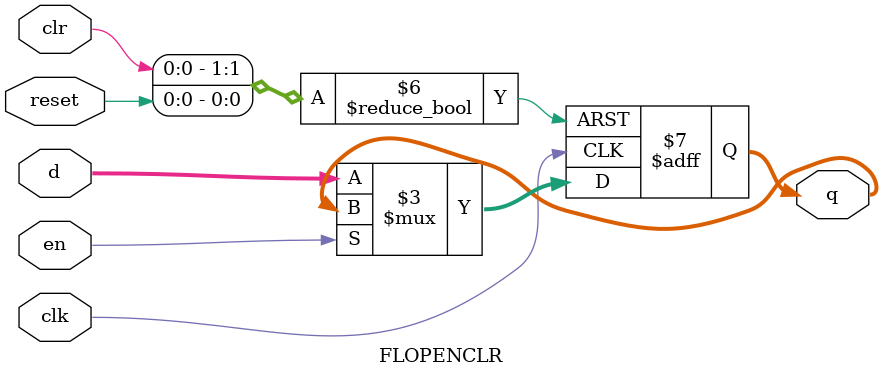
<source format=sv>
module FLOPENCLR #(parameter WIDTH = 32)
						(input logic clk, reset, clr, en,
						 input logic [WIDTH-1:0] d,
						output logic [WIDTH-1:0] q);
						
always_ff @(posedge clk, posedge reset, posedge clr)
	if (reset) q <= 0;
	else if (clr) q <= 0;
	else if (en) q <= q;
	else q <= d;
	
endmodule 
</source>
